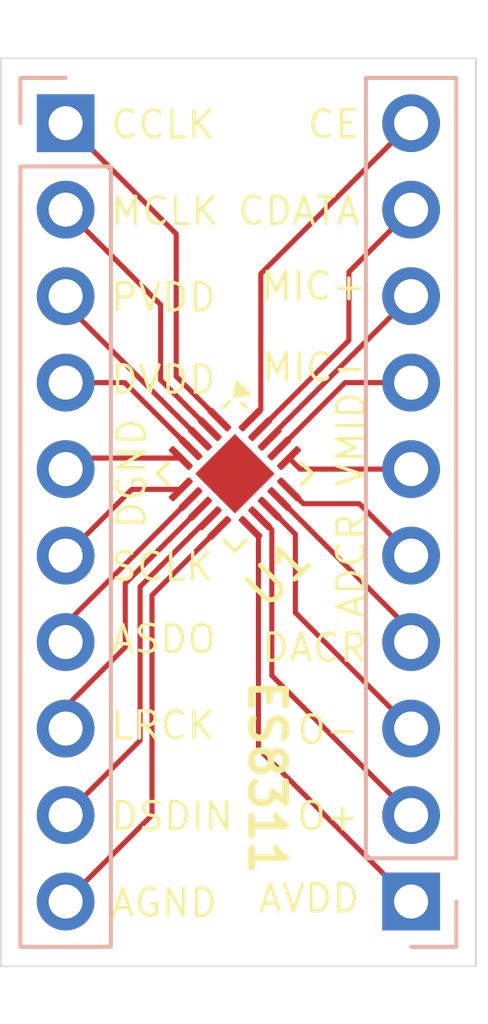
<source format=kicad_pcb>
(kicad_pcb (version 20240108) (generator "pcbnew") (generator_version "8.0")
  (layers (0 "F.Cu" signal) (31 "B.Cu" signal) (34 "B.Paste" user) (35 "F.Paste" user) (36 "B.SilkS" user "B.Silkscreen") (37 "F.SilkS" user "F.Silkscreen") (38 "B.Mask" user) (39 "F.Mask" user) (44 "Edge.Cuts" user))
  (net 0 "")
  (net 1 "Net-(J1-Pin_10)")
  (net 2 "Net-(J1-Pin_6)")
  (net 3 "Net-(J1-Pin_9)")
  (net 4 "Net-(J1-Pin_3)")
  (net 5 "Net-(J1-Pin_7)")
  (net 6 "Net-(J1-Pin_2)")
  (net 7 "Net-(J1-Pin_5)")
  (net 8 "Net-(J1-Pin_4)")
  (net 9 "Net-(J1-Pin_8)")
  (net 10 "Net-(J2-Pin_5)")
  (net 11 "Net-(J2-Pin_6)")
  (net 12 "Net-(J2-Pin_4)")
  (net 13 "Net-(J2-Pin_3)")
  (net 14 "Net-(J2-Pin_2)")
  (net 15 "Net-(J1-Pin_1)")
  (net 16 "Net-(J2-Pin_1)")
  (net 17 "Net-(J2-Pin_10)")
  (net 18 "Net-(J2-Pin_7)")
  (net 19 "Net-(J2-Pin_8)")
  (net 20 "Net-(J2-Pin_9)")
  (footprint "Package_DFN_QFN:QFN-20-1EP_3x3mm_P0.4mm_EP1.65x1.65mm" (layer "F.Cu") (at 45.6184 50.3 -45)
    (property "Reference" "U1" (at 2.975788 1.179737 -135) (layer "F.SilkS"))
    (property "Value" "~")
    (fp_line (start -1.61 1.61) (end -1.61 1.16) (stroke (width 0.12)) (layer "F.SilkS"))
    (fp_line (start -1.16 1.61) (end -1.61 1.61) (stroke (width 0.12)) (layer "F.SilkS"))
    (fp_line (start -1.61 -1.16) (end -1.61 -1.37) (stroke (width 0.12)) (layer "F.SilkS"))
    (fp_line (start 1.16 1.61) (end 1.61 1.61) (stroke (width 0.12)) (layer "F.SilkS"))
    (fp_line (start 1.61 1.61) (end 1.61 1.16) (stroke (width 0.12)) (layer "F.SilkS"))
    (fp_line (start -1.16 -1.61) (end -1.31 -1.61) (stroke (width 0.12)) (layer "F.SilkS"))
    (fp_line (start 1.16 -1.61) (end 1.61 -1.61) (stroke (width 0.12)) (layer "F.SilkS"))
    (fp_line (start 1.61 -1.61) (end 1.61 -1.16) (stroke (width 0.12)) (layer "F.SilkS"))
    (fp_poly (pts (xy -1.61 -1.61) (xy -1.85 -1.94) (xy -1.37 -1.94) (xy -1.61 -1.61)) (stroke (width 0.12)) (fill solid) (layer "F.SilkS"))
    (pad "1" smd roundrect (at -1.45 -0.8 315) (size 0.85 0.2) (layers "F.Cu" "F.Paste" "F.Mask") (net 15 "Net-(J1-Pin_1)"))
    (pad "2" smd roundrect (at -1.45 -0.4 315) (size 0.85 0.2) (layers "F.Cu" "F.Paste" "F.Mask") (net 6 "Net-(J1-Pin_2)"))
    (pad "3" smd roundrect (at -1.45 0 315) (size 0.85 0.2) (layers "F.Cu" "F.Paste" "F.Mask") (net 4 "Net-(J1-Pin_3)"))
    (pad "4" smd roundrect (at -1.45 0.4 315) (size 0.85 0.2) (layers "F.Cu" "F.Paste" "F.Mask") (net 8 "Net-(J1-Pin_4)"))
    (pad "5" smd roundrect (at -1.45 0.8 315) (size 0.85 0.2) (layers "F.Cu" "F.Paste" "F.Mask") (net 7 "Net-(J1-Pin_5)"))
    (pad "6" smd roundrect (at -0.8 1.45 315) (size 0.2 0.85) (layers "F.Cu" "F.Paste" "F.Mask") (net 2 "Net-(J1-Pin_6)"))
    (pad "7" smd roundrect (at -0.4 1.45 315) (size 0.2 0.85) (layers "F.Cu" "F.Paste" "F.Mask") (net 5 "Net-(J1-Pin_7)"))
    (pad "8" smd roundrect (at 0 1.45 315) (size 0.2 0.85) (layers "F.Cu" "F.Paste" "F.Mask") (net 9 "Net-(J1-Pin_8)"))
    (pad "9" smd roundrect (at 0.4 1.45 315) (size 0.2 0.85) (layers "F.Cu" "F.Paste" "F.Mask") (net 3 "Net-(J1-Pin_9)"))
    (pad "10" smd roundrect (at 0.8 1.45 315) (size 0.2 0.85) (layers "F.Cu" "F.Paste" "F.Mask") (net 1 "Net-(J1-Pin_10)"))
    (pad "11" smd roundrect (at 1.45 0.8 315) (size 0.85 0.2) (layers "F.Cu" "F.Paste" "F.Mask") (net 16 "Net-(J2-Pin_1)"))
    (pad "12" smd roundrect (at 1.45 0.4 315) (size 0.85 0.2) (layers "F.Cu" "F.Paste" "F.Mask") (net 14 "Net-(J2-Pin_2)"))
    (pad "13" smd roundrect (at 1.45 0 315) (size 0.85 0.2) (layers "F.Cu" "F.Paste" "F.Mask") (net 13 "Net-(J2-Pin_3)"))
    (pad "14" smd roundrect (at 1.45 -0.4 315) (size 0.85 0.2) (layers "F.Cu" "F.Paste" "F.Mask") (net 12 "Net-(J2-Pin_4)"))
    (pad "15" smd roundrect (at 1.45 -0.8 315) (size 0.85 0.2) (layers "F.Cu" "F.Paste" "F.Mask") (net 10 "Net-(J2-Pin_5)"))
    (pad "16" smd roundrect (at 0.8 -1.45 315) (size 0.2 0.85) (layers "F.Cu" "F.Paste" "F.Mask") (net 11 "Net-(J2-Pin_6)"))
    (pad "17" smd roundrect (at 0.4 -1.45 315) (size 0.2 0.85) (layers "F.Cu" "F.Paste" "F.Mask") (net 18 "Net-(J2-Pin_7)"))
    (pad "18" smd roundrect (at 0 -1.45 315) (size 0.2 0.85) (layers "F.Cu" "F.Paste" "F.Mask") (net 19 "Net-(J2-Pin_8)"))
    (pad "19" smd roundrect (at -0.4 -1.45 315) (size 0.2 0.85) (layers "F.Cu" "F.Paste" "F.Mask") (net 20 "Net-(J2-Pin_9)"))
    (pad "20" smd roundrect (at -0.8 -1.45 315) (size 0.2 0.85) (layers "F.Cu" "F.Paste" "F.Mask") (net 17 "Net-(J2-Pin_10)"))
    (pad "21" smd rect (at 0 0 315) (size 1.65 1.65) (property pad_prop_heatsink) (layers "F.Cu" "F.Mask"))
  )
  (footprint "Connector_PinSocket_2.54mm:PinSocket_1x10_P2.54mm_Vertical" (layer "B.Cu") (at 40.64 40.005 180)
    (property "Reference" "J1")
    (property "Value" "LEFT")
    (fp_line (start 1.33 1.33) (end 0 1.33) (stroke (width 0.12)) (layer "B.SilkS"))
    (fp_line (start 1.33 0) (end 1.33 1.33) (stroke (width 0.12)) (layer "B.SilkS"))
    (fp_line (start 1.33 -1.27) (end -1.33 -1.27) (stroke (width 0.12)) (layer "B.SilkS"))
    (fp_line (start 1.33 -24.19) (end 1.33 -1.27) (stroke (width 0.12)) (layer "B.SilkS"))
    (fp_line (start 1.33 -24.19) (end -1.33 -24.19) (stroke (width 0.12)) (layer "B.SilkS"))
    (fp_line (start -1.33 -24.19) (end -1.33 -1.27) (stroke (width 0.12)) (layer "B.SilkS"))
    (pad "1" thru_hole rect (at 0 0 180) (size 1.7 1.7) (drill 1) (layers "*.Cu" "*.Mask") (net 15 "Net-(J1-Pin_1)"))
    (pad "2" thru_hole oval (at 0 -2.54 180) (size 1.7 1.7) (drill 1) (layers "*.Cu" "*.Mask") (net 6 "Net-(J1-Pin_2)"))
    (pad "3" thru_hole oval (at 0 -5.08 180) (size 1.7 1.7) (drill 1) (layers "*.Cu" "*.Mask") (net 4 "Net-(J1-Pin_3)"))
    (pad "4" thru_hole oval (at 0 -7.62 180) (size 1.7 1.7) (drill 1) (layers "*.Cu" "*.Mask") (net 8 "Net-(J1-Pin_4)"))
    (pad "5" thru_hole oval (at 0 -10.16 180) (size 1.7 1.7) (drill 1) (layers "*.Cu" "*.Mask") (net 7 "Net-(J1-Pin_5)"))
    (pad "6" thru_hole oval (at 0 -12.7 180) (size 1.7 1.7) (drill 1) (layers "*.Cu" "*.Mask") (net 2 "Net-(J1-Pin_6)"))
    (pad "7" thru_hole oval (at 0 -15.24 180) (size 1.7 1.7) (drill 1) (layers "*.Cu" "*.Mask") (net 5 "Net-(J1-Pin_7)"))
    (pad "8" thru_hole oval (at 0 -17.78 180) (size 1.7 1.7) (drill 1) (layers "*.Cu" "*.Mask") (net 9 "Net-(J1-Pin_8)"))
    (pad "9" thru_hole oval (at 0 -20.32 180) (size 1.7 1.7) (drill 1) (layers "*.Cu" "*.Mask") (net 3 "Net-(J1-Pin_9)"))
    (pad "10" thru_hole oval (at 0 -22.86 180) (size 1.7 1.7) (drill 1) (layers "*.Cu" "*.Mask") (net 1 "Net-(J1-Pin_10)"))
  )
  (footprint "Connector_PinSocket_2.54mm:PinSocket_1x10_P2.54mm_Vertical" (layer "B.Cu") (at 50.8 62.865)
    (property "Reference" "J2")
    (property "Value" "RIGHT")
    (fp_line (start -1.33 -24.19) (end -1.33 -1.27) (stroke (width 0.12)) (layer "B.SilkS"))
    (fp_line (start 1.33 -24.19) (end -1.33 -24.19) (stroke (width 0.12)) (layer "B.SilkS"))
    (fp_line (start 1.33 -24.19) (end 1.33 -1.27) (stroke (width 0.12)) (layer "B.SilkS"))
    (fp_line (start 1.33 -1.27) (end -1.33 -1.27) (stroke (width 0.12)) (layer "B.SilkS"))
    (fp_line (start 1.33 0) (end 1.33 1.33) (stroke (width 0.12)) (layer "B.SilkS"))
    (fp_line (start 1.33 1.33) (end 0 1.33) (stroke (width 0.12)) (layer "B.SilkS"))
    (pad "1" thru_hole rect (at 0 0) (size 1.7 1.7) (drill 1) (layers "*.Cu" "*.Mask") (net 16 "Net-(J2-Pin_1)"))
    (pad "2" thru_hole oval (at 0 -2.54) (size 1.7 1.7) (drill 1) (layers "*.Cu" "*.Mask") (net 14 "Net-(J2-Pin_2)"))
    (pad "3" thru_hole oval (at 0 -5.08) (size 1.7 1.7) (drill 1) (layers "*.Cu" "*.Mask") (net 13 "Net-(J2-Pin_3)"))
    (pad "4" thru_hole oval (at 0 -7.62) (size 1.7 1.7) (drill 1) (layers "*.Cu" "*.Mask") (net 12 "Net-(J2-Pin_4)"))
    (pad "5" thru_hole oval (at 0 -10.16) (size 1.7 1.7) (drill 1) (layers "*.Cu" "*.Mask") (net 10 "Net-(J2-Pin_5)"))
    (pad "6" thru_hole oval (at 0 -12.7) (size 1.7 1.7) (drill 1) (layers "*.Cu" "*.Mask") (net 11 "Net-(J2-Pin_6)"))
    (pad "7" thru_hole oval (at 0 -15.24) (size 1.7 1.7) (drill 1) (layers "*.Cu" "*.Mask") (net 18 "Net-(J2-Pin_7)"))
    (pad "8" thru_hole oval (at 0 -17.78) (size 1.7 1.7) (drill 1) (layers "*.Cu" "*.Mask") (net 19 "Net-(J2-Pin_8)"))
    (pad "9" thru_hole oval (at 0 -20.32) (size 1.7 1.7) (drill 1) (layers "*.Cu" "*.Mask") (net 20 "Net-(J2-Pin_9)"))
    (pad "10" thru_hole oval (at 0 -22.86) (size 1.7 1.7) (drill 1) (layers "*.Cu" "*.Mask") (net 17 "Net-(J2-Pin_10)"))
  )
  (gr_line (start 38.735 38.1) (end 38.735 64.77) (stroke (width 0.05)) (layer "Edge.Cuts"))
  (gr_line (start 38.735 64.77) (end 52.705 64.77) (stroke (width 0.05)) (layer "Edge.Cuts"))
  (gr_line (start 52.705 64.77) (end 52.705 38.1) (stroke (width 0.05)) (layer "Edge.Cuts"))
  (gr_line (start 52.705 38.1) (end 38.735 38.1) (stroke (width 0.05)) (layer "Edge.Cuts"))
  (gr_text "DVDD" (at 41.91 48.006 0) (layer "F.SilkS") (effects (font (size 0.8 0.8) (thickness 0.1)) (justify left bottom)))
  (gr_text "AVDD" (at 49.35 63.243 0) (layer "F.SilkS") (effects (font (size 0.8 0.8) (thickness 0.1)) (justify right bottom)))
  (gr_text "DACR" (at 49.57 55.883 0) (layer "F.SilkS") (effects (font (size 0.8 0.8) (thickness 0.1)) (justify right bottom)))
  (gr_text "O-" (at 49.35 58.29 0) (layer "F.SilkS") (effects (font (size 0.8 0.8) (thickness 0.1)) (justify right bottom)))
  (gr_text "SCLK" (at 41.91 53.5 0) (layer "F.SilkS") (effects (font (size 0.8 0.8) (thickness 0.1)) (justify left bottom)))
  (gr_text "LRCK" (at 41.91 58.166 0) (layer "F.SilkS") (effects (font (size 0.8 0.8) (thickness 0.1)) (justify left bottom)))
  (gr_text "MIC+" (at 49.53 45.2628 0) (layer "F.SilkS") (effects (font (size 0.8 0.8) (thickness 0.1)) (justify right bottom)))
  (gr_text "PVDD" (at 41.91 45.593 0) (layer "F.SilkS") (effects (font (size 0.8 0.8) (thickness 0.1)) (justify left bottom)))
  (gr_text "MIC-" (at 49.5554 47.6504 0) (layer "F.SilkS") (effects (font (size 0.8 0.8) (thickness 0.1)) (justify right bottom)))
  (gr_text "DSDIN" (at 41.91 60.833 0) (layer "F.SilkS") (effects (font (size 0.8 0.8) (thickness 0.1)) (justify left bottom)))
  (gr_text "O+" (at 49.35 60.83 0) (layer "F.SilkS") (effects (font (size 0.8 0.8) (thickness 0.1)) (justify right bottom)))
  (gr_text "CDATA" (at 49.35 43.05 0) (layer "F.SilkS") (effects (font (size 0.8 0.8) (thickness 0.1)) (justify right bottom)))
  (gr_text "VMID" (at 49.5046 47.8282 90) (layer "F.SilkS") (effects (font (size 0.8 0.8) (thickness 0.1)) (justify right bottom)))
  (gr_text "CCLK" (at 41.91 40.513 0) (layer "F.SilkS") (effects (font (size 0.8 0.8) (thickness 0.1)) (justify left bottom)))
  (gr_text "ASDO" (at 41.91 55.626 0) (layer "F.SilkS") (effects (font (size 0.8 0.8) (thickness 0.1)) (justify left bottom)))
  (gr_text "DGND" (at 43.053 50.292 90) (layer "F.SilkS") (effects (font (size 0.8 0.8) (thickness 0.1)) (justify bottom)))
  (gr_text "CE" (at 49.35 40.51 0) (layer "F.SilkS") (effects (font (size 0.8 0.8) (thickness 0.1)) (justify right bottom)))
  (gr_text "AGND" (at 41.91 63.373 0) (layer "F.SilkS") (effects (font (size 0.8 0.8) (thickness 0.1)) (justify left bottom)))
  (gr_text "ES8311" (at 45.974 56.261 270) (layer "F.SilkS") (effects (font (size 1 1) (thickness 0.2)) (justify left bottom)))
  (gr_text "MCLK" (at 41.91 43.053 0) (layer "F.SilkS") (effects (font (size 0.8 0.8) (thickness 0.1)) (justify left bottom)))
  (gr_text "ADCR" (at 49.5046 54.61 90) (layer "F.SilkS") (effects (font (size 0.8 0.8) (thickness 0.1)) (justify left bottom)))
  (segment (start 45.158781 51.89099) (end 45.15878 51.89099) (width 0.15) (layer "F.Cu") (net 1))
  (segment (start 43.18 60.325) (end 40.64 62.865) (width 0.15) (layer "F.Cu") (net 1))
  (segment (start 45.15878 51.89099) (end 43.18 53.86977) (width 0.15) (layer "F.Cu") (net 1))
  (segment (start 43.18 53.86977) (end 43.18 60.325) (width 0.15) (layer "F.Cu") (net 1))
  (segment (start 44.02741 50.759619) (end 42.585381 50.759619) (width 0.15) (layer "F.Cu") (net 2))
  (segment (start 42.585381 50.759619) (end 40.64 52.705) (width 0.15) (layer "F.Cu") (net 2))
  (segment (start 42.83 53.61873) (end 42.83 58.135) (width 0.15) (layer "F.Cu") (net 3))
  (segment (start 42.83 58.135) (end 40.64 60.325) (width 0.15) (layer "F.Cu") (net 3))
  (segment (start 44.875938 51.608148) (end 44.840582 51.608148) (width 0.15) (layer "F.Cu") (net 3))
  (segment (start 44.840582 51.608148) (end 42.83 53.61873) (width 0.15) (layer "F.Cu") (net 3))
  (segment (start 40.64 45.3216) (end 40.64 45.085) (width 0.15) (layer "F.Cu") (net 4))
  (segment (start 44.593095 49.274695) (end 40.64 45.3216) (width 0.15) (layer "F.Cu") (net 4))
  (segment (start 40.64 54.712714) (end 40.64 55.245) (width 0.15) (layer "F.Cu") (net 5))
  (segment (start 44.310252 51.042462) (end 40.64 54.712714) (width 0.15) (layer "F.Cu") (net 5))
  (segment (start 43.434 45.339) (end 40.64 42.545) (width 0.15) (layer "F.Cu") (net 6))
  (segment (start 44.875938 48.991852) (end 43.434 47.549914) (width 0.15) (layer "F.Cu") (net 6))
  (segment (start 43.434 47.549914) (end 43.434 45.339) (width 0.15) (layer "F.Cu") (net 6))
  (segment (start 44.02741 49.840381) (end 40.964619 49.840381) (width 0.15) (layer "F.Cu") (net 7))
  (segment (start 40.964619 49.840381) (end 40.64 50.165) (width 0.15) (layer "F.Cu") (net 7))
  (segment (start 44.310252 49.557538) (end 42.377714 47.625) (width 0.15) (layer "F.Cu") (net 8))
  (segment (start 42.377714 47.625) (end 40.64 47.625) (width 0.15) (layer "F.Cu") (net 8))
  (segment (start 40.64 57.15) (end 40.64 57.785) (width 0.15) (layer "F.Cu") (net 9))
  (segment (start 42.3926 55.3974) (end 40.64 57.15) (width 0.15) (layer "F.Cu") (net 9))
  (segment (start 44.593095 51.325305) (end 42.3926 53.5258) (width 0.15) (layer "F.Cu") (net 9))
  (segment (start 42.3926 53.5258) (end 42.3926 55.3974) (width 0.15) (layer "F.Cu") (net 9))
  (segment (start 49.276 51.181) (end 50.8 52.705) (width 0.15) (layer "F.Cu") (net 10))
  (segment (start 47.20939 50.759619) (end 47.630771 51.181) (width 0.15) (layer "F.Cu") (net 10))
  (segment (start 47.630771 51.181) (end 49.276 51.181) (width 0.15) (layer "F.Cu") (net 10))
  (segment (start 47.534009 50.165) (end 50.8 50.165) (width 0.15) (layer "F.Cu") (net 11))
  (segment (start 47.20939 49.840381) (end 47.534009 50.165) (width 0.15) (layer "F.Cu") (net 11))
  (segment (start 46.926548 51.042462) (end 50.8 54.915914) (width 0.15) (layer "F.Cu") (net 12))
  (segment (start 50.8 54.845204) (end 50.8 55.245) (width 0.15) (layer "F.Cu") (net 12))
  (segment (start 50.8 54.915914) (end 50.8 55.245) (width 0.15) (layer "F.Cu") (net 12))
  (segment (start 47.3964 54.3814) (end 50.8 57.785) (width 0.15) (layer "F.Cu") (net 13))
  (segment (start 47.3964 52.078) (end 47.3964 54.3814) (width 0.15) (layer "F.Cu") (net 13))
  (segment (start 46.643705 51.325305) (end 47.3964 52.078) (width 0.15) (layer "F.Cu") (net 13))
  (segment (start 46.360862 51.608148) (end 46.704519 51.951805) (width 0.15) (layer "F.Cu") (net 14))
  (segment (start 46.704519 51.951805) (end 46.704519 56.229519) (width 0.15) (layer "F.Cu") (net 14))
  (segment (start 46.704519 56.229519) (end 50.8 60.325) (width 0.15) (layer "F.Cu") (net 14))
  (segment (start 45.158781 48.70901) (end 43.8912 47.441429) (width 0.15) (layer "F.Cu") (net 15))
  (segment (start 43.8912 43.2562) (end 40.64 40.005) (width 0.15) (layer "F.Cu") (net 15))
  (segment (start 43.8912 47.441429) (end 43.8912 43.2562) (width 0.15) (layer "F.Cu") (net 15))
  (segment (start 46.078019 51.89099) (end 46.07802 51.89099) (width 0.15) (layer "F.Cu") (net 16))
  (segment (start 46.310126 52.123096) (end 46.310126 58.375126) (width 0.15) (layer "F.Cu") (net 16))
  (segment (start 46.310126 58.375126) (end 50.8 62.865) (width 0.15) (layer "F.Cu") (net 16))
  (segment (start 46.07802 51.89099) (end 46.310126 52.123096) (width 0.15) (layer "F.Cu") (net 16))
  (segment (start 46.3804 48.406629) (end 46.3804 44.4246) (width 0.15) (layer "F.Cu") (net 17))
  (segment (start 46.3804 44.4246) (end 50.8 40.005) (width 0.15) (layer "F.Cu") (net 17))
  (segment (start 46.078019 48.70901) (end 46.3804 48.406629) (width 0.15) (layer "F.Cu") (net 17))
  (segment (start 48.859086 47.625) (end 50.8 47.625) (width 0.15) (layer "F.Cu") (net 18))
  (segment (start 46.926548 49.557538) (end 48.859086 47.625) (width 0.15) (layer "F.Cu") (net 18))
  (segment (start 46.643705 49.241295) (end 50.8 45.085) (width 0.15) (layer "F.Cu") (net 19))
  (segment (start 46.643705 49.274695) (end 46.643705 49.241295) (width 0.15) (layer "F.Cu") (net 19))
  (segment (start 46.360862 48.991852) (end 48.9712 46.381514) (width 0.15) (layer "F.Cu") (net 20))
  (segment (start 48.9712 46.381514) (end 48.9712 44.3738) (width 0.15) (layer "F.Cu") (net 20))
  (segment (start 48.9712 44.3738) (end 50.8 42.545) (width 0.15) (layer "F.Cu") (net 20))
)
</source>
